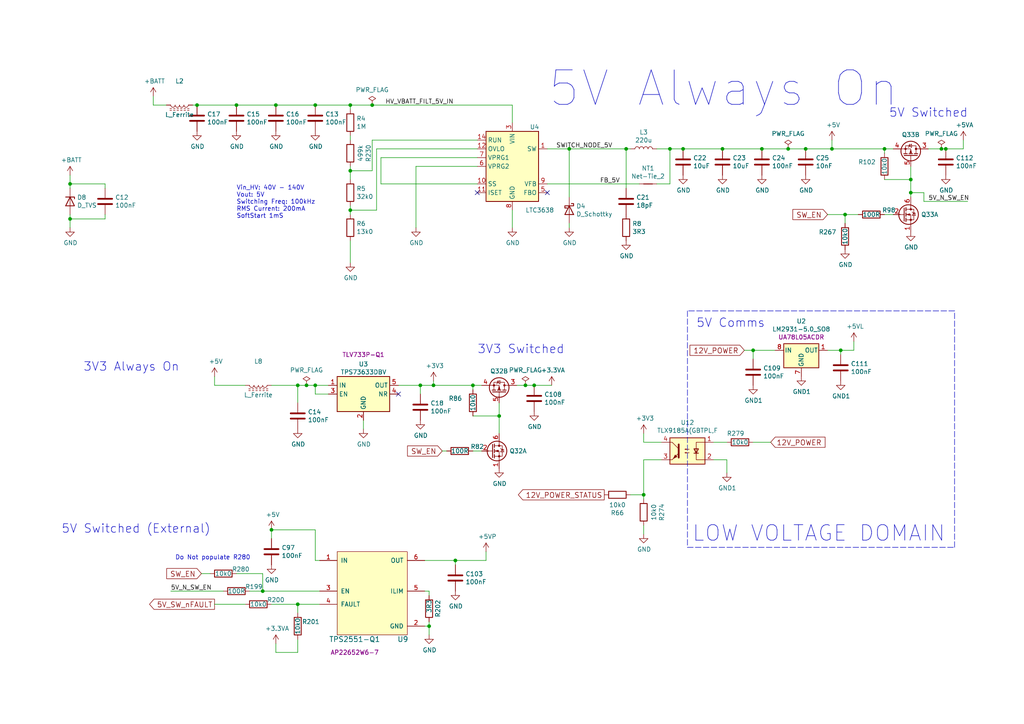
<source format=kicad_sch>
(kicad_sch (version 20211123) (generator eeschema)
  (paper "A4")
  (lib_symbols
    (symbol "Device:C" (pin_numbers hide) (pin_names (offset 0.254))
      (property "Reference" "C" (at 0.635 2.54 0))
      (property "Value" "C" (at 0.635 -2.54 0))
      (symbol "C_1_1"
        (pin passive line (at 0 3.81 270) (length 2.794) (name "~") (number "1"))
        (pin passive line (at 0 -3.81 90) (length 2.794) (name "~") (number "2"))
      )
    )
    (symbol "Device:D_Schottky" (pin_numbers hide) (pin_names (offset 1.016) hide)
      (property "Reference" "D" (at 0 2.54 0))
      (property "Value" "D_Schottky" (at 0 -2.54 0))
      (symbol "D_Schottky_1_1"
        (pin passive line (at -3.81 0 0) (length 2.54) (name "K") (number "1"))
        (pin passive line (at 3.81 0 180) (length 2.54) (name "A") (number "2"))
      )
    )
    (symbol "Device:D_Zener" (pin_numbers hide) (pin_names (offset 1.016) hide)
      (property "Reference" "D" (at 0 2.54 0))
      (property "Value" "D_Zener" (at 0 -2.54 0))
      (symbol "D_Zener_1_1"
        (pin passive line (at -3.81 0 0) (length 2.54) (name "K") (number "1"))
        (pin passive line (at 3.81 0 180) (length 2.54) (name "A") (number "2"))
      )
    )
    (symbol "Device:L" (pin_numbers hide) (pin_names (offset 1.016) hide)
      (property "Reference" "L" (at -1.27 0 90))
      (property "Value" "L" (at 1.905 0 90))
      (symbol "L_1_1"
        (pin passive line (at 0 3.81 270) (length 1.27) (name "1") (number "1"))
        (pin passive line (at 0 -3.81 90) (length 1.27) (name "2") (number "2"))
      )
    )
    (symbol "Device:L_Ferrite" (pin_numbers hide) (pin_names (offset 1.016) hide)
      (property "Reference" "L" (at -1.27 0 90))
      (property "Value" "L_Ferrite" (at 2.794 0 90))
      (symbol "L_Ferrite_1_1"
        (pin passive line (at 0 3.81 270) (length 1.27) (name "1") (number "1"))
        (pin passive line (at 0 -3.81 90) (length 1.27) (name "2") (number "2"))
      )
    )
    (symbol "Device:NetTie_2" (pin_numbers hide) (pin_names (offset 0) hide)
      (property "Reference" "NT" (at 0 1.27 0))
      (property "Value" "NetTie_2" (at 0 -1.27 0))
      (symbol "NetTie_2_1_1"
        (pin passive line (at -2.54 0 0) (length 2.54) (name "1") (number "1"))
        (pin passive line (at 2.54 0 180) (length 2.54) (name "2") (number "2"))
      )
    )
    (symbol "Device:R" (pin_numbers hide) (pin_names (offset 0))
      (property "Reference" "R" (at 2.032 0 90))
      (property "Value" "R" (at 0 0 90))
      (symbol "R_1_1"
        (pin passive line (at 0 3.81 270) (length 1.27) (name "~") (number "1"))
        (pin passive line (at 0 -3.81 90) (length 1.27) (name "~") (number "2"))
      )
    )
    (symbol "HSD:TPS2551-Q1" (pin_names (offset 1.016))
      (property "Reference" "U" (at 0 -16.51 0))
      (property "Value" "TPS2551-Q1" (at 0 13.97 0))
      (symbol "TPS2551-Q1_1_1"
        (pin power_in line (at -15.24 8.89 0) (length 5.08) (name "IN") (number "1"))
        (pin power_in line (at 15.24 -10.16 180) (length 5.08) (name "GND") (number "2"))
        (pin input line (at -15.24 0 0) (length 5.08) (name "EN") (number "3"))
        (pin open_collector line (at -15.24 -3.81 0) (length 5.08) (name "FAULT") (number "4"))
        (pin output line (at 15.24 0 180) (length 5.08) (name "ILIM") (number "5"))
        (pin power_out line (at 15.24 8.89 180) (length 5.08) (name "OUT") (number "6"))
      )
    )
    (symbol "ICs:Q_DUAL_NMOS_PMOS" (pin_names (offset 1.016))
      (property "Reference" "Q" (at 0 0 0))
      (symbol "Q_DUAL_NMOS_PMOS_1_1"
        (pin input line (at 0 -5.08 90) (length 2.2098) (name "~") (number "1"))
        (pin input line (at -5.08 0 0) (length 2.0066) (name "~") (number "2"))
        (pin input line (at 0 5.08 270) (length 2.2098) (name "~") (number "6"))
      )
      (symbol "Q_DUAL_NMOS_PMOS_2_1"
        (pin input line (at 0 -5.08 90) (length 2.2098) (name "~") (number "3"))
        (pin input line (at 0 5.08 270) (length 2.2098) (name "~") (number "4"))
        (pin input line (at -5.08 0 0) (length 2.0066) (name "~") (number "5"))
      )
    )
    (symbol "Isolator:SFH617A-1" (pin_names (offset 1.016))
      (property "Reference" "U" (at -5.08 5.08 0))
      (property "Value" "SFH617A-1" (at 0 5.08 0))
      (symbol "SFH617A-1_1_1"
        (pin passive line (at -7.62 2.54 0) (length 2.54) (name "~") (number "1"))
        (pin passive line (at -7.62 -2.54 0) (length 2.54) (name "~") (number "2"))
        (pin passive line (at 7.62 -2.54 180) (length 2.54) (name "~") (number "3"))
        (pin passive line (at 7.62 2.54 180) (length 2.54) (name "~") (number "4"))
      )
    )
    (symbol "Regulator_Linear:LM2931-5.0_SO8" (pin_names (offset 0.254))
      (property "Reference" "U" (at -3.81 3.175 0))
      (property "Value" "LM2931-5.0_SO8" (at 0 3.175 0))
      (symbol "LM2931-5.0_SO8_1_1"
        (pin power_out line (at 7.62 0 180) (length 2.54) (name "OUT") (number "1"))
        (pin passive line (at 0 -7.62 90) (length 2.54) hide (name "GND") (number "2"))
        (pin passive line (at 0 -7.62 90) (length 2.54) hide (name "GND") (number "3"))
        (pin no_connect line (at -5.08 -2.54 0) (length 2.54) hide (name "NC") (number "4"))
        (pin no_connect line (at 5.08 -2.54 180) (length 2.54) hide (name "NC") (number "5"))
        (pin passive line (at 0 -7.62 90) (length 2.54) hide (name "GND") (number "6"))
        (pin power_in line (at 0 -7.62 90) (length 2.54) (name "GND") (number "7"))
        (pin power_in line (at -7.62 0 0) (length 2.54) (name "IN") (number "8"))
      )
    )
    (symbol "Regulator_Linear:TPS73633DBV"
      (property "Reference" "U" (at -6.35 6.35 0))
      (property "Value" "TPS73633DBV" (at 1.27 6.35 0))
      (symbol "TPS73633DBV_1_1"
        (pin power_in line (at -10.16 2.54 0) (length 2.54) (name "IN") (number "1"))
        (pin power_in line (at 0 -7.62 90) (length 2.54) (name "GND") (number "2"))
        (pin input line (at -10.16 0 0) (length 2.54) (name "EN") (number "3"))
        (pin passive line (at 10.16 0 180) (length 2.54) (name "NR") (number "4"))
        (pin power_out line (at 10.16 2.54 180) (length 2.54) (name "OUT") (number "5"))
      )
    )
    (symbol "Regulator_Switching:LTC3638"
      (property "Reference" "U" (at -7.874 11.43 0))
      (property "Value" "LTC3638" (at 1.016 11.43 0))
      (symbol "LTC3638_1_1"
        (pin passive line (at 10.16 5.08 180) (length 2.54) (name "SW") (number "1"))
        (pin passive line (at -10.16 -5.08 0) (length 2.54) (name "SS") (number "10"))
        (pin passive line (at -10.16 -7.62 0) (length 2.54) (name "ISET") (number "11"))
        (pin input line (at -10.16 5.08 0) (length 2.54) (name "OVLO") (number "12"))
        (pin input line (at -10.16 7.62 0) (length 2.54) (name "RUN") (number "14"))
        (pin passive line (at 0 -12.7 90) (length 2.54) hide (name "GND") (number "16"))
        (pin passive line (at 0 -12.7 90) (length 2.54) hide (name "GND") (number "17"))
        (pin power_in line (at 0 12.7 270) (length 2.54) (name "VIN") (number "3"))
        (pin output line (at 10.16 -7.62 180) (length 2.54) (name "FBO") (number "5"))
        (pin input line (at -10.16 0 0) (length 2.54) (name "VPRG2") (number "6"))
        (pin input line (at -10.16 2.54 0) (length 2.54) (name "VPRG1") (number "7"))
        (pin power_in line (at 0 -12.7 90) (length 2.54) (name "GND") (number "8"))
        (pin input line (at 10.16 -5.08 180) (length 2.54) (name "VFB") (number "9"))
      )
    )
    (symbol "power:+3.3V" (power) (pin_names (offset 0))
      (property "Value" "+3.3V" (at 0 3.556 0))
      (symbol "+3.3V_1_1"
        (pin power_in line (at 0 0 90) (length 0) hide (name "+3V3") (number "1"))
      )
    )
    (symbol "power:+3.3VA" (power) (pin_names (offset 0))
      (property "Value" "+3.3VA" (at 0 3.556 0))
      (symbol "+3.3VA_1_1"
        (pin power_in line (at 0 0 90) (length 0) hide (name "+3.3VA") (number "1"))
      )
    )
    (symbol "power:+5V" (power) (pin_names (offset 0))
      (property "Value" "+5V" (at 0 3.556 0))
      (symbol "+5V_1_1"
        (pin power_in line (at 0 0 90) (length 0) hide (name "+5V") (number "1"))
      )
    )
    (symbol "power:+5VA" (power) (pin_names (offset 0))
      (property "Value" "+5VA" (at 0 3.556 0))
      (symbol "+5VA_1_1"
        (pin power_in line (at 0 0 90) (length 0) hide (name "+5VA") (number "1"))
      )
    )
    (symbol "power:+5VL" (power) (pin_names (offset 0))
      (property "Value" "+5VL" (at 0 3.556 0))
      (symbol "+5VL_1_1"
        (pin power_in line (at 0 0 90) (length 0) hide (name "+5VL") (number "1"))
      )
    )
    (symbol "power:+5VP" (power) (pin_names (offset 0))
      (property "Value" "+5VP" (at 0 3.556 0))
      (symbol "+5VP_1_1"
        (pin power_in line (at 0 0 90) (length 0) hide (name "+5VP") (number "1"))
      )
    )
    (symbol "power:+BATT" (power) (pin_names (offset 0))
      (property "Value" "+BATT" (at 0 3.556 0))
      (symbol "+BATT_1_1"
        (pin power_in line (at 0 0 90) (length 0) hide (name "+BATT") (number "1"))
      )
    )
    (symbol "power:GND" (power) (pin_names (offset 0))
      (property "Value" "GND" (at 0 -3.81 0))
      (symbol "GND_1_1"
        (pin power_in line (at 0 0 270) (length 0) hide (name "GND") (number "1"))
      )
    )
    (symbol "power:GND1" (power) (pin_names (offset 0))
      (property "Value" "GND1" (at 0 -3.81 0))
      (symbol "GND1_1_1"
        (pin power_in line (at 0 0 270) (length 0) hide (name "GND1") (number "1"))
      )
    )
    (symbol "power:PWR_FLAG" (power) (pin_numbers hide) (pin_names (offset 0) hide)
      (property "Value" "PWR_FLAG" (at 0 3.81 0))
      (symbol "PWR_FLAG_0_0"
        (pin power_out line (at 0 0 90) (length 0) (name "pwr") (number "1"))
      )
    )
  )
  (junction (at 194.31 43.18))
  (junction (at 86.36 175.26))
  (junction (at 91.44 111.76))
  (junction (at 137.16 111.76))
  (junction (at 132.08 162.56))
  (junction (at 209.55 43.18))
  (junction (at 218.44 101.6))
  (junction (at 76.2 171.45))
  (junction (at 241.3 43.18))
  (junction (at 233.68 43.18))
  (junction (at 144.78 120.65))
  (junction (at 228.6 43.18))
  (junction (at 198.12 43.18))
  (junction (at 125.73 111.76))
  (junction (at 264.16 55.88))
  (junction (at 274.32 43.18))
  (junction (at 273.05 43.18))
  (junction (at 80.01 30.48))
  (junction (at 124.46 181.61))
  (junction (at 264.16 52.07))
  (junction (at 101.6 49.53))
  (junction (at 68.58 30.48))
  (junction (at 152.4 111.76))
  (junction (at 91.44 30.48))
  (junction (at 181.61 43.18))
  (junction (at 245.11 62.23))
  (junction (at 57.15 30.48))
  (junction (at 154.94 111.76))
  (junction (at 86.36 111.76))
  (junction (at 256.54 43.18))
  (junction (at 243.84 101.6))
  (junction (at 107.95 30.48))
  (junction (at 186.69 143.51))
  (junction (at 20.32 53.34))
  (junction (at 220.98 43.18))
  (junction (at 88.9 111.76))
  (junction (at 20.32 63.5))
  (junction (at 165.1 43.18))
  (junction (at 121.92 111.76))
  (junction (at 101.6 60.96))
  (junction (at 78.74 153.67))
  (junction (at 101.6 30.48))
  (no_connect (at 158.75 55.88))
  (no_connect (at 138.43 55.88))
  (no_connect (at 115.57 114.3))
  (wire (pts (xy 165.1 57.15) (xy 165.1 43.18)))
  (wire (pts (xy 91.44 153.67) (xy 78.74 153.67)))
  (wire (pts (xy 86.36 189.23) (xy 80.01 189.23)))
  (wire (pts (xy 49.53 171.45) (xy 64.77 171.45)))
  (wire (pts (xy 20.32 63.5) (xy 20.32 62.23)))
  (wire (pts (xy 191.77 128.27) (xy 186.69 128.27)))
  (wire (pts (xy 86.36 175.26) (xy 92.71 175.26)))
  (wire (pts (xy 101.6 49.53) (xy 107.95 49.53)))
  (wire (pts (xy 186.69 143.51) (xy 186.69 144.78)))
  (wire (pts (xy 80.01 186.69) (xy 80.01 189.23)))
  (polyline (pts (xy 199.39 90.17) (xy 199.39 158.75)))
  (wire (pts (xy 91.44 162.56) (xy 92.71 162.56)))
  (wire (pts (xy 144.78 116.84) (xy 144.78 120.65)))
  (wire (pts (xy 101.6 39.37) (xy 101.6 40.64)))
  (wire (pts (xy 68.58 30.48) (xy 80.01 30.48)))
  (wire (pts (xy 264.16 55.88) (xy 264.16 57.15)))
  (wire (pts (xy 123.19 162.56) (xy 132.08 162.56)))
  (wire (pts (xy 30.48 63.5) (xy 20.32 63.5)))
  (wire (pts (xy 124.46 184.15) (xy 124.46 181.61)))
  (wire (pts (xy 91.44 114.3) (xy 91.44 111.76)))
  (wire (pts (xy 248.92 62.23) (xy 245.11 62.23)))
  (wire (pts (xy 68.58 166.37) (xy 76.2 166.37)))
  (wire (pts (xy 165.1 66.04) (xy 165.1 64.77)))
  (wire (pts (xy 139.7 130.81) (xy 137.16 130.81)))
  (wire (pts (xy 194.31 43.18) (xy 194.31 53.34)))
  (wire (pts (xy 245.11 64.77) (xy 245.11 62.23)))
  (wire (pts (xy 224.79 101.6) (xy 218.44 101.6)))
  (wire (pts (xy 186.69 133.35) (xy 191.77 133.35)))
  (wire (pts (xy 101.6 31.75) (xy 101.6 30.48)))
  (wire (pts (xy 30.48 62.23) (xy 30.48 63.5)))
  (wire (pts (xy 20.32 53.34) (xy 20.32 50.8)))
  (wire (pts (xy 91.44 111.76) (xy 88.9 111.76)))
  (wire (pts (xy 86.36 111.76) (xy 78.74 111.76)))
  (wire (pts (xy 149.86 111.76) (xy 152.4 111.76)))
  (wire (pts (xy 269.24 43.18) (xy 273.05 43.18)))
  (wire (pts (xy 124.46 171.45) (xy 123.19 171.45)))
  (polyline (pts (xy 276.86 158.75) (xy 276.86 90.17)))
  (wire (pts (xy 129.54 130.81) (xy 128.27 130.81)))
  (wire (pts (xy 91.44 30.48) (xy 101.6 30.48)))
  (wire (pts (xy 148.59 35.56) (xy 148.59 30.48)))
  (wire (pts (xy 194.31 43.18) (xy 190.5 43.18)))
  (wire (pts (xy 101.6 76.2) (xy 101.6 69.85)))
  (wire (pts (xy 264.16 52.07) (xy 256.54 52.07)))
  (wire (pts (xy 86.36 185.42) (xy 86.36 189.23)))
  (wire (pts (xy 158.75 43.18) (xy 165.1 43.18)))
  (wire (pts (xy 76.2 166.37) (xy 76.2 171.45)))
  (wire (pts (xy 124.46 180.34) (xy 124.46 181.61)))
  (wire (pts (xy 120.65 48.26) (xy 138.43 48.26)))
  (wire (pts (xy 240.03 101.6) (xy 243.84 101.6)))
  (wire (pts (xy 57.15 30.48) (xy 68.58 30.48)))
  (wire (pts (xy 264.16 52.07) (xy 264.16 55.88)))
  (wire (pts (xy 181.61 54.61) (xy 181.61 43.18)))
  (wire (pts (xy 101.6 30.48) (xy 107.95 30.48)))
  (wire (pts (xy 132.08 162.56) (xy 140.97 162.56)))
  (wire (pts (xy 121.92 114.3) (xy 121.92 111.76)))
  (wire (pts (xy 165.1 43.18) (xy 181.61 43.18)))
  (wire (pts (xy 101.6 49.53) (xy 101.6 52.07)))
  (wire (pts (xy 124.46 172.72) (xy 124.46 171.45)))
  (wire (pts (xy 71.12 175.26) (xy 62.23 175.26)))
  (wire (pts (xy 247.65 99.06) (xy 247.65 101.6)))
  (wire (pts (xy 20.32 66.04) (xy 20.32 63.5)))
  (wire (pts (xy 101.6 62.23) (xy 101.6 60.96)))
  (wire (pts (xy 107.95 40.64) (xy 138.43 40.64)))
  (wire (pts (xy 109.22 43.18) (xy 109.22 60.96)))
  (wire (pts (xy 124.46 181.61) (xy 123.19 181.61)))
  (polyline (pts (xy 276.86 90.17) (xy 199.39 90.17)))
  (wire (pts (xy 44.45 27.94) (xy 44.45 30.48)))
  (wire (pts (xy 194.31 43.18) (xy 198.12 43.18)))
  (wire (pts (xy 274.32 43.18) (xy 279.4 43.18)))
  (wire (pts (xy 259.08 62.23) (xy 256.54 62.23)))
  (wire (pts (xy 223.52 128.27) (xy 218.44 128.27)))
  (wire (pts (xy 71.12 111.76) (xy 62.23 111.76)))
  (wire (pts (xy 30.48 53.34) (xy 30.48 54.61)))
  (wire (pts (xy 154.94 111.76) (xy 160.02 111.76)))
  (wire (pts (xy 190.5 53.34) (xy 194.31 53.34)))
  (wire (pts (xy 62.23 111.76) (xy 62.23 109.22)))
  (wire (pts (xy 72.39 171.45) (xy 76.2 171.45)))
  (wire (pts (xy 44.45 30.48) (xy 48.26 30.48)))
  (wire (pts (xy 86.36 175.26) (xy 86.36 177.8)))
  (wire (pts (xy 256.54 43.18) (xy 259.08 43.18)))
  (wire (pts (xy 144.78 120.65) (xy 144.78 125.73)))
  (polyline (pts (xy 199.39 158.75) (xy 276.86 158.75)))
  (wire (pts (xy 101.6 48.26) (xy 101.6 49.53)))
  (wire (pts (xy 110.49 53.34) (xy 110.49 45.72)))
  (wire (pts (xy 109.22 60.96) (xy 101.6 60.96)))
  (wire (pts (xy 88.9 111.76) (xy 86.36 111.76)))
  (wire (pts (xy 210.82 133.35) (xy 207.01 133.35)))
  (wire (pts (xy 101.6 60.96) (xy 101.6 59.69)))
  (wire (pts (xy 78.74 175.26) (xy 86.36 175.26)))
  (wire (pts (xy 267.97 55.88) (xy 264.16 55.88)))
  (wire (pts (xy 86.36 111.76) (xy 86.36 116.84)))
  (wire (pts (xy 209.55 43.18) (xy 220.98 43.18)))
  (wire (pts (xy 120.65 66.04) (xy 120.65 48.26)))
  (wire (pts (xy 264.16 48.26) (xy 264.16 52.07)))
  (wire (pts (xy 125.73 111.76) (xy 137.16 111.76)))
  (wire (pts (xy 105.41 124.46) (xy 105.41 121.92)))
  (wire (pts (xy 138.43 53.34) (xy 110.49 53.34)))
  (wire (pts (xy 60.96 166.37) (xy 58.42 166.37)))
  (wire (pts (xy 20.32 53.34) (xy 30.48 53.34)))
  (wire (pts (xy 107.95 30.48) (xy 148.59 30.48)))
  (wire (pts (xy 137.16 113.03) (xy 137.16 111.76)))
  (wire (pts (xy 20.32 54.61) (xy 20.32 53.34)))
  (wire (pts (xy 125.73 110.49) (xy 125.73 111.76)))
  (wire (pts (xy 109.22 43.18) (xy 138.43 43.18)))
  (wire (pts (xy 256.54 44.45) (xy 256.54 43.18)))
  (wire (pts (xy 198.12 43.18) (xy 209.55 43.18)))
  (wire (pts (xy 137.16 111.76) (xy 139.7 111.76)))
  (wire (pts (xy 220.98 43.18) (xy 228.6 43.18)))
  (wire (pts (xy 80.01 30.48) (xy 91.44 30.48)))
  (wire (pts (xy 148.59 66.04) (xy 148.59 60.96)))
  (wire (pts (xy 210.82 128.27) (xy 207.01 128.27)))
  (wire (pts (xy 186.69 152.4) (xy 186.69 154.94)))
  (wire (pts (xy 110.49 45.72) (xy 138.43 45.72)))
  (wire (pts (xy 218.44 101.6) (xy 218.44 104.14)))
  (wire (pts (xy 245.11 62.23) (xy 240.03 62.23)))
  (wire (pts (xy 158.75 53.34) (xy 185.42 53.34)))
  (wire (pts (xy 55.88 30.48) (xy 57.15 30.48)))
  (wire (pts (xy 95.25 111.76) (xy 91.44 111.76)))
  (wire (pts (xy 215.9 101.6) (xy 218.44 101.6)))
  (wire (pts (xy 228.6 43.18) (xy 233.68 43.18)))
  (wire (pts (xy 210.82 137.16) (xy 210.82 133.35)))
  (wire (pts (xy 78.74 153.67) (xy 78.74 156.21)))
  (wire (pts (xy 243.84 102.87) (xy 243.84 101.6)))
  (wire (pts (xy 144.78 120.65) (xy 137.16 120.65)))
  (wire (pts (xy 280.67 58.42) (xy 267.97 58.42)))
  (wire (pts (xy 186.69 143.51) (xy 186.69 133.35)))
  (wire (pts (xy 273.05 43.18) (xy 274.32 43.18)))
  (wire (pts (xy 279.4 40.64) (xy 279.4 43.18)))
  (wire (pts (xy 267.97 58.42) (xy 267.97 55.88)))
  (wire (pts (xy 107.95 49.53) (xy 107.95 40.64)))
  (wire (pts (xy 186.69 128.27) (xy 186.69 125.73)))
  (wire (pts (xy 233.68 43.18) (xy 241.3 43.18)))
  (wire (pts (xy 152.4 111.76) (xy 154.94 111.76)))
  (wire (pts (xy 125.73 111.76) (xy 121.92 111.76)))
  (wire (pts (xy 241.3 43.18) (xy 256.54 43.18)))
  (wire (pts (xy 140.97 160.02) (xy 140.97 162.56)))
  (wire (pts (xy 76.2 171.45) (xy 92.71 171.45)))
  (wire (pts (xy 132.08 163.83) (xy 132.08 162.56)))
  (wire (pts (xy 181.61 43.18) (xy 182.88 43.18)))
  (wire (pts (xy 186.69 143.51) (xy 182.88 143.51)))
  (wire (pts (xy 241.3 40.64) (xy 241.3 43.18)))
  (wire (pts (xy 91.44 153.67) (xy 91.44 162.56)))
  (wire (pts (xy 243.84 101.6) (xy 247.65 101.6)))
  (wire (pts (xy 95.25 114.3) (xy 91.44 114.3)))
  (wire (pts (xy 121.92 111.76) (xy 115.57 111.76)))
  (text "3V3 Switched" (at 138.43 102.87 0) (effects (font (size 2.4892 2.4892)) (justify left bottom)))
  (text "LOW VOLTAGE DOMAIN" (at 200.66 157.48 0) (effects (font (size 4.4958 4.4958)) (justify left bottom)))
  (text "Vin_HV: 40V - 140V\nVout: 5V\nSwitching Freq: 100kHz\nRMS Current: 200mA\nSoftStart 1mS" (at 68.58 63.5 0) (effects (font (size 1.27 1.27)) (justify left bottom)))
  (text "5V Switched" (at 257.81 34.29 0) (effects (font (size 2.4892 2.4892)) (justify left bottom)))
  (text "Do Not populate R280" (at 50.8 162.56 0) (effects (font (size 1.27 1.27)) (justify left bottom)))
  (text "5V Always On" (at 158.75 31.75 0) (effects (font (size 10.0076 10.0076)) (justify left bottom)))
  (text "5V Switched (External)" (at 17.78 154.94 0) (effects (font (size 2.4892 2.4892)) (justify left bottom)))
  (text "5V Comms" (at 201.93 95.25 0) (effects (font (size 2.4892 2.4892)) (justify left bottom)))
  (text "3V3 Always On" (at 24.13 107.95 0) (effects (font (size 2.4892 2.4892)) (justify left bottom)))
  (label "HV_VBATT_FILT_5V_IN" (at 111.76 30.48 0))
  (label "SWITCH_NODE_5V" (at 161.29 43.18 0))
  (label "5V_N_SW_EN" (at 269.24 58.42 0))
  (label "5V_N_SW_EN" (at 49.53 171.45 0))
  (label "FB_5V" (at 173.99 53.34 0))
  (global_label "12V_POWER" (shape input) (at 215.9 101.6 180) (effects (font (size 1.4986 1.4986))) (property "Intersheet References" "${INTERSHEET_REFS}" (effects hide)))
  (global_label "SW_EN" (shape input) (at 240.03 62.23 180) (effects (font (size 1.4986 1.4986))) (property "Intersheet References" "${INTERSHEET_REFS}" (effects hide)))
  (global_label "12V_POWER" (shape input) (at 223.52 128.27 0) (effects (font (size 1.4986 1.4986))) (property "Intersheet References" "${INTERSHEET_REFS}" (effects hide)))
  (global_label "SW_EN" (shape input) (at 58.42 166.37 180) (effects (font (size 1.4986 1.4986))) (property "Intersheet References" "${INTERSHEET_REFS}" (effects hide)))
  (global_label "5V_SW_nFAULT" (shape output) (at 62.23 175.26 180) (effects (font (size 1.4986 1.4986))) (property "Intersheet References" "${INTERSHEET_REFS}" (effects hide)))
  (global_label "12V_POWER_STATUS" (shape output) (at 175.26 143.51 180) (effects (font (size 1.4986 1.4986))) (property "Intersheet References" "${INTERSHEET_REFS}" (effects hide)))
  (global_label "SW_EN" (shape input) (at 128.27 130.81 180) (effects (font (size 1.4986 1.4986))) (property "Intersheet References" "${INTERSHEET_REFS}" (effects hide)))
  (symbol (lib_id "Device:L") (at 186.69 43.18 90) (unit 1)
    (property "Reference" "L3" (at 186.69 38.354 90))
    (property "Value" "220u" (at 186.69 40.6654 90))
    (property "Footprint" "Inductors:Inductor_Taiyo-Yuden_NR-60xx" (effects hide))
    (property "Datasheet" "http://assets.lairdtech.com/home/brandworld/files/TYS6045221M-10.pdf" (effects hide))
    (property "MPN" "TYS6045221M-10" (effects hide))
    (property "Part Number" "TYS6045221M-10" (effects hide))
    (property "Digikey_PN" "240-2742-1-ND" (effects hide))
  )
  (symbol (lib_id "Device:C") (at 198.12 46.99 0) (unit 1)
    (property "Reference" "C22" (at 201.041 45.8216 0) (effects (justify left)))
    (property "Value" "10uF" (at 201.041 48.133 0) (effects (justify left)))
    (property "Footprint" "Capacitor_SMD:C_1206_3216Metric" (effects hide))
    (property "MPN" "CL31B106KOHVPNE" (effects hide))
    (property "Part Number" "CL31B106KOHVPNE" (effects hide))
    (property "Digikey_PN" "1276-6797-1-ND" (effects hide))
  )
  (symbol (lib_id "Device:C") (at 209.55 46.99 0) (unit 1)
    (property "Reference" "C23" (at 212.471 45.8216 0) (effects (justify left)))
    (property "Value" "10uF" (at 212.471 48.133 0) (effects (justify left)))
    (property "Footprint" "Capacitor_SMD:C_1206_3216Metric" (effects hide))
    (property "MPN" "CL31B106KOHVPNE" (effects hide))
    (property "Part Number" "CL31B106KOHVPNE" (effects hide))
    (property "Digikey_PN" "1276-6797-1-ND" (effects hide))
  )
  (symbol (lib_id "Device:C") (at 220.98 46.99 0) (unit 1)
    (property "Reference" "C24" (at 223.901 45.8216 0) (effects (justify left)))
    (property "Value" "100nF" (at 223.901 48.133 0) (effects (justify left)))
    (property "Footprint" "Capacitor_SMD:C_0603_1608Metric" (effects hide))
    (property "Datasheet" "http://psearch.en.murata.com/capacitor/product/GCM188R71H104KA57%23.pdf" (effects hide))
    (property "MPN" "GCM188R71H104KA57D" (effects hide))
    (property "Part Number" "GCM188R71H104KA57D" (effects hide))
    (property "Digikey_PN" "490-4779-1-ND" (effects hide))
  )
  (symbol (lib_id "Device:L_Ferrite") (at 52.07 30.48 270) (unit 1)
    (property "Reference" "L2" (at 52.07 23.5204 90))
    (property "Value" "L_Ferrite" (at 52.07 33.274 90))
    (property "Footprint" "Inductor_SMD:L_0603_1608Metric" (effects hide))
    (property "Datasheet" "https://www.we-online.com/katalog/datasheet/742792609.pdf" (effects hide))
    (property "MPN" "742792609" (effects hide))
    (property "Part Number" "742792609" (effects hide))
    (property "Digikey_PN" "732-1591-1-ND" (effects hide))
  )
  (symbol (lib_id "power:GND") (at 198.12 50.8 0) (unit 1)
    (property "Reference" "#PWR037" (effects hide))
    (property "Value" "GND" (at 198.247 55.1942 0))
  )
  (symbol (lib_id "power:GND") (at 209.55 50.8 0) (unit 1)
    (property "Reference" "#PWR038" (effects hide))
    (property "Value" "GND" (at 209.677 55.1942 0))
  )
  (symbol (lib_id "power:GND") (at 220.98 50.8 0) (unit 1)
    (property "Reference" "#PWR039" (effects hide))
    (property "Value" "GND" (at 221.107 55.1942 0))
  )
  (symbol (lib_id "power:GND") (at 57.15 38.1 0) (unit 1)
    (property "Reference" "#PWR021" (effects hide))
    (property "Value" "GND" (at 57.277 42.4942 0))
  )
  (symbol (lib_id "Device:C") (at 91.44 34.29 0) (unit 1)
    (property "Reference" "C13" (at 94.361 33.1216 0) (effects (justify left)))
    (property "Value" "100nF" (at 94.361 35.433 0) (effects (justify left)))
    (property "Footprint" "Capacitor_SMD:C_1206_3216Metric" (effects hide))
    (property "Datasheet" "https://product.tdk.com/info/en/documents/chara_sheet/CGA5L3X7R2E104K160AA.pdf" (effects hide))
    (property "Part Number" "CGA5L3X7R2E104K160AA" (effects hide))
    (property "MPN" "CGA5L3X7R2E104K160AA" (effects hide))
    (property "Digikey_PN" "445-5851-1-ND" (effects hide))
  )
  (symbol (lib_id "power:GND") (at 91.44 38.1 0) (unit 1)
    (property "Reference" "#PWR018" (effects hide))
    (property "Value" "GND" (at 91.567 42.4942 0))
  )
  (symbol (lib_id "Device:R") (at 101.6 35.56 0) (unit 1)
    (property "Reference" "R4" (at 103.378 34.3916 0) (effects (justify left)))
    (property "Value" "1M" (at 103.378 36.703 0) (effects (justify left)))
    (property "Footprint" "Resistor_SMD:R_0603_1608Metric" (effects hide))
    (property "Datasheet" "http://www.yageo.com/NewPortal/yageodocoutput?fileName=/pdf/R-Chip/PYu-AC_51_RoHS_L_6.pdf" (effects hide))
    (property "DNP" "< ... >" (effects hide))
    (property "MPN" "AC0603FR-071ML" (effects hide))
    (property "Part Number" "AC0603FR-071ML" (effects hide))
    (property "Digikey_PN" "311-1MLDCT-ND" (effects hide))
  )
  (symbol (lib_id "Device:R") (at 101.6 55.88 0) (unit 1)
    (property "Reference" "R5" (at 103.378 54.7116 0) (effects (justify left)))
    (property "Value" "32k0" (at 103.378 57.023 0) (effects (justify left)))
    (property "Footprint" "Resistor_SMD:R_0603_1608Metric" (effects hide))
    (property "Datasheet" "https://media.digikey.com/pdf/Data%20Sheets/KOA%20Speer/RN73R_Type_DS.pdf" (effects hide))
    (property "MPN" "RN73R1JTTD3202B25" (effects hide))
    (property "Part Number" "RN73R1JTTD3202B25" (effects hide))
    (property "Digikey_PN" "2019-RN73R1JTTD3202B25CT-ND" (effects hide))
  )
  (symbol (lib_id "Device:R") (at 101.6 66.04 0) (unit 1)
    (property "Reference" "R6" (at 103.378 64.8716 0) (effects (justify left)))
    (property "Value" "13k0" (at 103.378 67.183 0) (effects (justify left)))
    (property "Footprint" "Resistor_SMD:R_0603_1608Metric" (effects hide))
    (property "Datasheet" "https://www.seielect.com/catalog/sei-rmcf_rmcp.pdf" (effects hide))
    (property "MPN" "RMCF0603FT13K0" (effects hide))
    (property "Part Number" "RMCF0603FT13K0" (effects hide))
    (property "Digikey_PN" "RMCF0603FT13K0CT-ND" (effects hide))
  )
  (symbol (lib_id "power:GND") (at 101.6 76.2 0) (unit 1)
    (property "Reference" "#PWR026" (effects hide))
    (property "Value" "GND" (at 101.727 80.5942 0))
  )
  (symbol (lib_id "power:+5V") (at 241.3 40.64 0) (unit 1)
    (property "Reference" "#PWR041" (effects hide))
    (property "Value" "+5V" (at 241.681 36.2458 0))
  )
  (symbol (lib_id "Device:NetTie_2") (at 187.96 53.34 0) (unit 1)
    (property "Reference" "NT1" (at 187.96 48.8188 0))
    (property "Value" "Net-Tie_2" (at 187.96 51.1302 0))
    (property "Footprint" "Footprints:Net_Tie-0.5mm" (effects hide))
  )
  (symbol (lib_id "power:+BATT") (at 44.45 27.94 0) (unit 1)
    (property "Reference" "#PWR015" (effects hide))
    (property "Value" "+BATT" (at 44.831 23.5458 0))
  )
  (symbol (lib_id "Device:L_Ferrite") (at 74.93 111.76 270) (unit 1)
    (property "Reference" "L8" (at 74.93 104.8004 90))
    (property "Value" "L_Ferrite" (at 74.93 114.554 90))
    (property "Footprint" "Inductor_SMD:L_0603_1608Metric" (effects hide))
    (property "Datasheet" "https://www.we-online.com/katalog/datasheet/742792609.pdf" (effects hide))
    (property "MPN" "742792609" (effects hide))
    (property "Part Number" "742792609" (effects hide))
    (property "Digikey_PN" "732-1591-1-ND" (effects hide))
  )
  (symbol (lib_id "power:PWR_FLAG") (at 107.95 30.48 0) (unit 1)
    (property "Reference" "#FLG0101" (effects hide))
    (property "Value" "PWR_FLAG" (at 107.95 26.0604 0))
  )
  (symbol (lib_id "power:PWR_FLAG") (at 88.9 111.76 0) (unit 1)
    (property "Reference" "#FLG0102" (effects hide))
    (property "Value" "PWR_FLAG" (at 88.9 107.3404 0))
  )
  (symbol (lib_id "power:PWR_FLAG") (at 228.6 43.18 0) (unit 1)
    (property "Reference" "#FLG0104" (effects hide))
    (property "Value" "PWR_FLAG" (at 228.6 38.7604 0))
  )
  (symbol (lib_id "HSD:TPS2551-Q1") (at 107.95 171.45 0) (unit 1)
    (property "Reference" "U9" (at 116.84 185.42 0) (effects (font (size 1.4986 1.4986))))
    (property "Value" "TPS2551-Q1" (at 102.87 185.42 0) (effects (font (size 1.4986 1.4986))))
    (property "Footprint" "Package_TO_SOT_SMD:SOT-23-6" (effects hide))
    (property "Datasheet" "https://fscdn.rohm.com/en/products/databook/datasheet/ic/power/power_switch/bd2242g-e.pdf" (effects hide))
    (property "Alternate" "AP22652W6-7" (at 102.87 189.23 0))
    (property "Part Number" "AP22652W6-7" (effects hide))
    (property "Digikey_PN" "31-AP22652AW6-7CT-ND" (effects hide))
  )
  (symbol (lib_id "Device:C") (at 78.74 160.02 0) (unit 1)
    (property "Reference" "C97" (at 81.661 158.8516 0) (effects (justify left)))
    (property "Value" "100nF" (at 81.661 161.163 0) (effects (justify left)))
    (property "Footprint" "Capacitor_SMD:C_0603_1608Metric" (effects hide))
    (property "Datasheet" "http://psearch.en.murata.com/capacitor/product/GCM188R71H104KA57%23.pdf" (effects hide))
    (property "MPN" "GCM188R71H104KA57D" (effects hide))
    (property "Part Number" "GCM188R71H104KA57D" (effects hide))
    (property "Digikey_PN" "490-4779-1-ND" (effects hide))
  )
  (symbol (lib_id "power:GND") (at 78.74 163.83 0) (unit 1)
    (property "Reference" "#PWR0142" (effects hide))
    (property "Value" "GND" (at 78.867 168.2242 0))
  )
  (symbol (lib_id "power:+5V") (at 78.74 153.67 0) (unit 1)
    (property "Reference" "#PWR0143" (effects hide))
    (property "Value" "+5V" (at 79.121 149.2758 0))
  )
  (symbol (lib_id "power:GND") (at 124.46 184.15 0) (unit 1)
    (property "Reference" "#PWR0144" (effects hide))
    (property "Value" "GND" (at 124.587 188.5442 0))
  )
  (symbol (lib_id "Device:R") (at 124.46 176.53 0) (unit 1)
    (property "Reference" "R202" (at 127 179.07 90) (effects (justify left)))
    (property "Value" "3R3" (at 124.46 177.8 90) (effects (justify left)))
    (property "Footprint" "Resistor_SMD:R_0603_1608Metric" (effects hide))
    (property "Datasheet" "https://fscdn.rohm.com/en/products/databook/datasheet/passive/resistor/chip_resistor/esr-e.pdf" (effects hide))
    (property "Digikey_PN" "RHM303DCT-ND" (effects hide))
    (property "MPN" "ESR03EZPJ3R3" (effects hide))
    (property "Part Number" "ESR03EZPJ3R3" (effects hide))
  )
  (symbol (lib_id "power:+5VP") (at 140.97 160.02 0) (unit 1)
    (property "Reference" "#PWR0145" (effects hide))
    (property "Value" "+5VP" (at 141.351 155.6258 0))
  )
  (symbol (lib_id "Device:R") (at 68.58 171.45 270) (unit 1)
    (property "Reference" "R199" (at 73.66 170.18 90))
    (property "Value" "100R" (at 68.58 171.45 90))
    (property "Footprint" "Resistor_SMD:R_0603_1608Metric" (effects hide))
    (property "MPN" "AC0603FR-07100RL" (effects hide))
    (property "Part Number" "AC0603FR-07100RL" (effects hide))
    (property "Digikey_PN" "YAG3561CT-ND" (effects hide))
  )
  (symbol (lib_id "Device:R") (at 74.93 175.26 270) (unit 1)
    (property "Reference" "R200" (at 80.01 173.99 90))
    (property "Value" "10k0" (at 74.93 175.26 90))
    (property "Footprint" "Resistor_SMD:R_0603_1608Metric" (effects hide))
    (property "Datasheet" "http://www.yageo.com/NewPortal/yageodocoutput?fileName=/pdf/R-Chip/PYu-AC_51_RoHS_L_6.pdf" (effects hide))
    (property "DNP" "< ... >" (effects hide))
    (property "MPN" "AC0603FR-0710KL" (effects hide))
    (property "Part Number" "AC0603FR-0710KL" (effects hide))
    (property "Digikey_PN" "311-10KLDCT-ND" (effects hide))
  )
  (symbol (lib_id "Device:R") (at 86.36 181.61 180) (unit 1)
    (property "Reference" "R201" (at 90.17 180.34 0))
    (property "Value" "10k0" (at 86.36 181.61 90))
    (property "Footprint" "Resistor_SMD:R_0603_1608Metric" (effects hide))
    (property "Datasheet" "http://www.yageo.com/NewPortal/yageodocoutput?fileName=/pdf/R-Chip/PYu-AC_51_RoHS_L_6.pdf" (effects hide))
    (property "DNP" "< ... >" (effects hide))
    (property "MPN" "AC0603FR-0710KL" (effects hide))
    (property "Part Number" "AC0603FR-0710KL" (effects hide))
    (property "Digikey_PN" "311-10KLDCT-ND" (effects hide))
  )
  (symbol (lib_id "Device:C") (at 132.08 167.64 0) (unit 1)
    (property "Reference" "C103" (at 135.001 166.4716 0) (effects (justify left)))
    (property "Value" "100nF" (at 135.001 168.783 0) (effects (justify left)))
    (property "Footprint" "Capacitor_SMD:C_0603_1608Metric" (effects hide))
    (property "Datasheet" "http://psearch.en.murata.com/capacitor/product/GCM188R71H104KA57%23.pdf" (effects hide))
    (property "MPN" "GCM188R71H104KA57D" (effects hide))
    (property "Part Number" "GCM188R71H104KA57D" (effects hide))
    (property "Digikey_PN" "490-4779-1-ND" (effects hide))
  )
  (symbol (lib_id "power:GND") (at 132.08 171.45 0) (unit 1)
    (property "Reference" "#PWR0154" (effects hide))
    (property "Value" "GND" (at 132.207 175.8442 0))
  )
  (symbol (lib_id "Regulator_Switching:LTC3638") (at 148.59 48.26 0) (unit 1)
    (property "Reference" "U4" (at 153.67 36.83 0) (effects (justify left)))
    (property "Value" "LTC3638" (at 152.4 60.96 0) (effects (justify left)))
    (property "Footprint" "Package_SO:Linear_MSOP-12-16-1EP_3x4mm_P0.5mm" (effects hide))
    (property "Datasheet" "http://www.analog.com/media/en/technical-documentation/data-sheets/3638fa.pdf" (effects hide))
    (property "Part Number" "LTC3638" (effects hide))
  )
  (symbol (lib_id "power:GND") (at 120.65 66.04 0) (unit 1)
    (property "Reference" "#PWR031" (effects hide))
    (property "Value" "GND" (at 120.777 70.4342 0))
  )
  (symbol (lib_id "power:GND") (at 148.59 66.04 0) (unit 1)
    (property "Reference" "#PWR034" (effects hide))
    (property "Value" "GND" (at 148.717 70.4342 0))
  )
  (symbol (lib_id "power:GND") (at 165.1 66.04 0) (unit 1)
    (property "Reference" "#PWR035" (effects hide))
    (property "Value" "GND" (at 165.227 70.4342 0))
  )
  (symbol (lib_id "Device:C") (at 181.61 58.42 0) (unit 1)
    (property "Reference" "C21" (at 184.531 57.2516 0) (effects (justify left)))
    (property "Value" "18pF" (at 184.531 59.563 0) (effects (justify left)))
    (property "Footprint" "Capacitor_SMD:C_0603_1608Metric" (effects hide))
    (property "Datasheet" "https://product.tdk.com/info/en/documents/chara_sheet/CGA3E2C0G1H180J080AA.pdf" (effects hide))
    (property "MPN" "CGA3E2C0G1H180J080AA" (effects hide))
    (property "Part Number" "CGA3E2C0G1H180J080AA" (effects hide))
    (property "Digikey_PN" "445-5631-1-ND" (effects hide))
  )
  (symbol (lib_id "Device:R") (at 181.61 66.04 0) (unit 1)
    (property "Reference" "R8" (at 183.388 64.8716 0) (effects (justify left)))
    (property "Value" "3R3" (at 183.388 67.183 0) (effects (justify left)))
    (property "Footprint" "Resistor_SMD:R_0603_1608Metric" (effects hide))
    (property "Datasheet" "https://fscdn.rohm.com/en/products/databook/datasheet/passive/resistor/chip_resistor/esr-e.pdf" (effects hide))
    (property "MPN" "ESR03EZPJ3R3" (effects hide))
    (property "Part Number" "ESR03EZPJ3R3" (effects hide))
    (property "Digikey_PN" "RHM303DCT-ND" (effects hide))
  )
  (symbol (lib_id "power:GND") (at 181.61 69.85 0) (unit 1)
    (property "Reference" "#PWR036" (effects hide))
    (property "Value" "GND" (at 181.737 74.2442 0))
  )
  (symbol (lib_id "Device:C") (at 233.68 46.99 0) (unit 1)
    (property "Reference" "C25" (at 236.601 45.8216 0) (effects (justify left)))
    (property "Value" "10nF" (at 236.601 48.133 0) (effects (justify left)))
    (property "Footprint" "Capacitor_SMD:C_0603_1608Metric" (effects hide))
    (property "MPN" "GCM188R72A103KA37D" (effects hide))
    (property "Part Number" "GCM188R72A103KA37D" (effects hide))
    (property "Digikey_PN" "490-4781-1-ND" (effects hide))
  )
  (symbol (lib_id "power:GND") (at 233.68 50.8 0) (unit 1)
    (property "Reference" "#PWR040" (effects hide))
    (property "Value" "GND" (at 233.807 55.1942 0))
  )
  (symbol (lib_id "Regulator_Linear:TPS73633DBV") (at 105.41 114.3 0) (unit 1)
    (property "Reference" "U3" (at 105.41 105.6132 0))
    (property "Value" "TPS73633DBV" (at 98.7806 107.9246 0) (effects (justify left)))
    (property "Footprint" "Package_TO_SOT_SMD:SOT-23-5" (effects hide))
    (property "Datasheet" "http://www.ti.com/lit/ds/symlink/tps736.pdf" (effects hide))
    (property "Alternate" "TLV733P-Q1" (at 105.41 102.87 0))
    (property "Part Number" "TLV733P-Q1" (effects hide))
    (property "Digikey_PN" "296-TLV73330PQDBVRQ1CT-ND" (effects hide))
  )
  (symbol (lib_id "power:+5V") (at 62.23 109.22 0) (unit 1)
    (property "Reference" "#PWR019" (effects hide))
    (property "Value" "+5V" (at 62.611 104.8258 0))
  )
  (symbol (lib_id "power:GND") (at 86.36 124.46 0) (unit 1)
    (property "Reference" "#PWR020" (effects hide))
    (property "Value" "GND" (at 86.487 128.8542 0))
  )
  (symbol (lib_id "power:GND") (at 121.92 121.92 0) (unit 1)
    (property "Reference" "#PWR027" (effects hide))
    (property "Value" "GND" (at 122.047 126.3142 0))
  )
  (symbol (lib_id "power:GND") (at 105.41 124.46 0) (unit 1)
    (property "Reference" "#PWR023" (effects hide))
    (property "Value" "GND" (at 105.537 128.8542 0))
  )
  (symbol (lib_id "power:+3.3V") (at 125.73 110.49 0) (unit 1)
    (property "Reference" "#PWR029" (effects hide))
    (property "Value" "+3.3V" (at 126.111 106.0958 0))
  )
  (symbol (lib_id "power:+BATT") (at 20.32 50.8 0) (unit 1)
    (property "Reference" "#PWR01" (effects hide))
    (property "Value" "+BATT" (at 20.701 46.4058 0))
  )
  (symbol (lib_id "power:GND") (at 20.32 66.04 0) (unit 1)
    (property "Reference" "#PWR0159" (effects hide))
    (property "Value" "GND" (at 20.447 70.4342 0))
  )
  (symbol (lib_id "power:+5VL") (at 247.65 99.06 0) (unit 1)
    (property "Reference" "#PWR0164" (effects hide))
    (property "Value" "+5VL" (at 248.031 94.6658 0))
  )
  (symbol (lib_id "Device:C") (at 218.44 107.95 0) (unit 1)
    (property "Reference" "C109" (at 221.361 106.7816 0) (effects (justify left)))
    (property "Value" "100nF" (at 221.361 109.093 0) (effects (justify left)))
    (property "Footprint" "Capacitor_SMD:C_0603_1608Metric" (effects hide))
    (property "Datasheet" "http://psearch.en.murata.com/capacitor/product/GCM188R71H104KA57%23.pdf" (effects hide))
    (property "MPN" "GCM188R71H104KA57D" (effects hide))
    (property "Part Number" "GCM188R71H104KA57D" (effects hide))
    (property "Digikey_PN" "490-4779-1-ND" (effects hide))
  )
  (symbol (lib_id "power:GND1") (at 218.44 111.76 0) (unit 1)
    (property "Reference" "#PWR0137" (effects hide))
    (property "Value" "GND1" (at 218.567 116.1542 0))
  )
  (symbol (lib_id "Device:R") (at 101.6 44.45 0) (unit 1)
    (property "Reference" "R230" (at 106.8578 44.45 90))
    (property "Value" "499k" (at 104.5464 44.45 90))
    (property "Footprint" "Resistor_SMD:R_0603_1608Metric" (effects hide))
    (property "Datasheet" "https://www.seielect.com/catalog/sei-rmcf_rmcp.pdf" (effects hide))
    (property "MPN" "RMCF0603FT499K" (effects hide))
    (property "Part Number" "RMCF0603FT499K" (effects hide))
    (property "Digikey_PN" "RMCF0603FT499KCT-ND" (effects hide))
  )
  (symbol (lib_id "Isolator:SFH617A-1") (at 199.39 130.81 0) (mirror y) (unit 1)
    (property "Reference" "U12" (at 199.39 122.555 0))
    (property "Value" "TLX9185A(GBTPL,F" (at 199.39 124.8664 0))
    (property "Footprint" "Package_SO:SO-4_4.4x3.9mm_P2.54mm" (effects hide))
    (property "Datasheet" "file:///C:/Users/kid%20group/Downloads/TLX9185A_datasheet_en_20190628.pdf" (effects hide))
    (property "Part Number" "TLX9185A(GBTPL,F" (effects hide))
    (property "Digikey_PN" "264-TLX9185A(GBTPLFCT-ND" (effects hide))
  )
  (symbol (lib_id "power:GND1") (at 210.82 137.16 0) (unit 1)
    (property "Reference" "#PWR070" (effects hide))
    (property "Value" "GND1" (at 210.947 141.5542 0))
  )
  (symbol (lib_id "Device:R") (at 214.63 128.27 90) (unit 1)
    (property "Reference" "R279" (at 213.36 125.73 90))
    (property "Value" "10k0" (at 214.63 128.27 90))
    (property "Footprint" "Resistor_SMD:R_0603_1608Metric" (effects hide))
    (property "Datasheet" "http://www.yageo.com/NewPortal/yageodocoutput?fileName=/pdf/R-Chip/PYu-AC_51_RoHS_L_6.pdf" (effects hide))
    (property "DNP" "< ... >" (effects hide))
    (property "MPN" "AC0603FR-0710KL" (effects hide))
    (property "Part Number" "AC0603FR-0710KL" (effects hide))
    (property "Digikey_PN" "311-10KLDCT-ND" (effects hide))
  )
  (symbol (lib_id "Device:R") (at 186.69 148.59 180) (unit 1)
    (property "Reference" "R274" (at 191.9478 148.59 90))
    (property "Value" "10k0" (at 189.6364 148.59 90))
    (property "Footprint" "Resistor_SMD:R_0603_1608Metric" (effects hide))
    (property "Datasheet" "http://www.yageo.com/NewPortal/yageodocoutput?fileName=/pdf/R-Chip/PYu-AC_51_RoHS_L_6.pdf" (effects hide))
    (property "MPN" "AC0603FR-0710KL" (effects hide))
    (property "Part Number" "AC0603FR-0710KL" (effects hide))
    (property "Digikey_PN" "311-10KLDCT-ND" (effects hide))
  )
  (symbol (lib_id "power:GND") (at 186.69 154.94 0) (unit 1)
    (property "Reference" "#PWR069" (effects hide))
    (property "Value" "GND" (at 186.817 159.3342 0))
  )
  (symbol (lib_id "power:+3.3V") (at 186.69 125.73 0) (unit 1)
    (property "Reference" "#PWR068" (effects hide))
    (property "Value" "+3.3V" (at 187.071 121.3358 0))
  )
  (symbol (lib_id "Device:R") (at 179.07 143.51 90) (unit 1)
    (property "Reference" "R66" (at 179.07 148.7678 90))
    (property "Value" "10k0" (at 179.07 146.4564 90))
    (property "Footprint" "Resistor_SMD:R_0603_1608Metric" (effects hide))
    (property "Datasheet" "http://www.yageo.com/NewPortal/yageodocoutput?fileName=/pdf/R-Chip/PYu-AC_51_RoHS_L_6.pdf" (effects hide))
    (property "MPN" "AC0603FR-0710KL" (effects hide))
    (property "Part Number" "AC0603FR-0710KL" (effects hide))
    (property "Digikey_PN" "311-10KLDCT-ND" (effects hide))
  )
  (symbol (lib_id "Device:R") (at 64.77 166.37 270) (unit 1)
    (property "Reference" "R280" (at 69.85 165.1 90))
    (property "Value" "10k0" (at 64.77 166.37 90))
    (property "Footprint" "Resistor_SMD:R_0603_1608Metric" (effects hide))
    (property "Datasheet" "http://www.yageo.com/NewPortal/yageodocoutput?fileName=/pdf/R-Chip/PYu-AC_51_RoHS_L_6.pdf" (effects hide))
    (property "DNP" "< ... >" (effects hide))
    (property "MPN" "AC0603FR-0710KL" (effects hide))
    (property "Part Number" "AC0603FR-0710KL" (effects hide))
    (property "Digikey_PN" "311-10KLDCT-ND" (effects hide))
  )
  (symbol (lib_id "power:+3.3VA") (at 160.02 111.76 0) (unit 1)
    (property "Reference" "#PWR044" (effects hide))
    (property "Value" "+3.3VA" (at 160.401 107.3658 0))
  )
  (symbol (lib_id "power:GND") (at 144.78 135.89 0) (unit 1)
    (property "Reference" "#PWR042" (effects hide))
    (property "Value" "GND" (at 144.907 140.2842 0))
  )
  (symbol (lib_id "Device:R") (at 137.16 116.84 180) (unit 1)
    (property "Reference" "R86" (at 132.08 115.57 0))
    (property "Value" "10k0" (at 137.16 116.84 90))
    (property "Footprint" "Resistor_SMD:R_0603_1608Metric" (effects hide))
    (property "Datasheet" "http://www.yageo.com/NewPortal/yageodocoutput?fileName=/pdf/R-Chip/PYu-AC_51_RoHS_L_6.pdf" (effects hide))
    (property "DNP" "< ... >" (effects hide))
    (property "MPN" "AC0603FR-0710KL" (effects hide))
    (property "Part Number" "AC0603FR-0710KL" (effects hide))
    (property "Digikey_PN" "311-10KLDCT-ND" (effects hide))
  )
  (symbol (lib_id "Device:R") (at 133.35 130.81 270) (unit 1)
    (property "Reference" "R82" (at 138.43 129.54 90))
    (property "Value" "100R" (at 133.35 130.81 90))
    (property "Footprint" "Resistor_SMD:R_0603_1608Metric" (effects hide))
    (property "MPN" "AC0603FR-07100RL" (effects hide))
    (property "Part Number" "AC0603FR-07100RL" (effects hide))
    (property "Digikey_PN" "YAG3561CT-ND" (effects hide))
  )
  (symbol (lib_id "Device:C") (at 154.94 115.57 0) (unit 1)
    (property "Reference" "C108" (at 157.861 114.4016 0) (effects (justify left)))
    (property "Value" "100nF" (at 157.861 116.713 0) (effects (justify left)))
    (property "Footprint" "Capacitor_SMD:C_0603_1608Metric" (effects hide))
    (property "Datasheet" "http://psearch.en.murata.com/capacitor/product/GCM188R71H104KA57%23.pdf" (effects hide))
    (property "MPN" "GCM188R71H104KA57D" (effects hide))
    (property "Part Number" "GCM188R71H104KA57D" (effects hide))
    (property "Digikey_PN" "490-4779-1-ND" (effects hide))
  )
  (symbol (lib_id "power:GND") (at 154.94 119.38 0) (unit 1)
    (property "Reference" "#PWR043" (effects hide))
    (property "Value" "GND" (at 155.067 123.7742 0))
  )
  (symbol (lib_id "Device:C") (at 243.84 106.68 0) (unit 1)
    (property "Reference" "C111" (at 246.761 105.5116 0) (effects (justify left)))
    (property "Value" "100nF" (at 246.761 107.823 0) (effects (justify left)))
    (property "Footprint" "Capacitor_SMD:C_0603_1608Metric" (effects hide))
    (property "Datasheet" "http://psearch.en.murata.com/capacitor/product/GCM188R71H104KA57%23.pdf" (effects hide))
    (property "MPN" "GCM188R71H104KA57D" (effects hide))
    (property "Part Number" "GCM188R71H104KA57D" (effects hide))
    (property "Digikey_PN" "490-4779-1-ND" (effects hide))
  )
  (symbol (lib_id "power:GND1") (at 243.84 110.49 0) (unit 1)
    (property "Reference" "#PWR045" (effects hide))
    (property "Value" "GND1" (at 243.967 114.8842 0))
  )
  (symbol (lib_id "power:GND") (at 264.16 67.31 0) (unit 1)
    (property "Reference" "#PWR046" (effects hide))
    (property "Value" "GND" (at 264.287 71.7042 0))
  )
  (symbol (lib_id "Device:R") (at 256.54 48.26 180) (unit 1)
    (property "Reference" "R102" (at 251.46 46.99 0))
    (property "Value" "10k0" (at 256.54 48.26 90))
    (property "Footprint" "Resistor_SMD:R_0603_1608Metric" (effects hide))
    (property "Datasheet" "http://www.yageo.com/NewPortal/yageodocoutput?fileName=/pdf/R-Chip/PYu-AC_51_RoHS_L_6.pdf" (effects hide))
    (property "DNP" "< ... >" (effects hide))
    (property "MPN" "AC0603FR-0710KL" (effects hide))
    (property "Part Number" "AC0603FR-0710KL" (effects hide))
    (property "Digikey_PN" "311-10KLDCT-ND" (effects hide))
  )
  (symbol (lib_id "Device:R") (at 252.73 62.23 270) (unit 1)
    (property "Reference" "R98" (at 257.81 60.96 90))
    (property "Value" "100R" (at 252.73 62.23 90))
    (property "Footprint" "Resistor_SMD:R_0603_1608Metric" (effects hide))
    (property "MPN" "AC0603FR-07100RL" (effects hide))
    (property "Part Number" "AC0603FR-07100RL" (effects hide))
    (property "Digikey_PN" "YAG3561CT-ND" (effects hide))
  )
  (symbol (lib_id "Device:C") (at 274.32 46.99 0) (unit 1)
    (property "Reference" "C112" (at 277.241 45.8216 0) (effects (justify left)))
    (property "Value" "100nF" (at 277.241 48.133 0) (effects (justify left)))
    (property "Footprint" "Capacitor_SMD:C_0603_1608Metric" (effects hide))
    (property "Datasheet" "http://psearch.en.murata.com/capacitor/product/GCM188R71H104KA57%23.pdf" (effects hide))
    (property "MPN" "GCM188R71H104KA57D" (effects hide))
    (property "Part Number" "GCM188R71H104KA57D" (effects hide))
    (property "Digikey_PN" "490-4779-1-ND" (effects hide))
  )
  (symbol (lib_id "power:GND") (at 274.32 50.8 0) (unit 1)
    (property "Reference" "#PWR047" (effects hide))
    (property "Value" "GND" (at 274.447 55.1942 0))
  )
  (symbol (lib_id "power:+5VA") (at 279.4 40.64 0) (unit 1)
    (property "Reference" "#PWR048" (effects hide))
    (property "Value" "+5VA" (at 279.781 36.2458 0))
  )
  (symbol (lib_id "ICs:Q_DUAL_NMOS_PMOS") (at 264.16 43.18 90) (unit 2)
    (property "Reference" "Q33" (at 264.16 39.0652 90))
    (property "Value" "Q_DUAL_NMOS_PMOS" (effects hide))
    (property "Footprint" "Package_TO_SOT_SMD:SOT-363_SC-70-6" (effects hide))
    (property "Datasheet" "https://fscdn.rohm.com/en/products/databook/datasheet/discrete/transistor/mosfet/us6m2.pdf" (effects hide))
    (property "Part Number" "US6M2TR" (effects hide))
    (property "MPN" "US6M2TR" (effects hide))
    (property "Digikey_PN" "US6M2CT-ND" (effects hide))
  )
  (symbol (lib_id "ICs:Q_DUAL_NMOS_PMOS") (at 264.16 62.23 0) (unit 1)
    (property "Reference" "Q33" (at 267.1318 62.23 0) (effects (justify left)))
    (property "Value" "Q_DUAL_NMOS_PMOS" (effects hide))
    (property "Footprint" "Package_TO_SOT_SMD:SOT-363_SC-70-6" (effects hide))
    (property "Datasheet" "https://fscdn.rohm.com/en/products/databook/datasheet/discrete/transistor/mosfet/us6m2.pdf" (effects hide))
    (property "Part Number" "US6M2TR" (effects hide))
    (property "MPN" "US6M2TR" (effects hide))
    (property "Digikey_PN" "US6M2CT-ND" (effects hide))
  )
  (symbol (lib_id "ICs:Q_DUAL_NMOS_PMOS") (at 144.78 111.76 90) (unit 2)
    (property "Reference" "Q32" (at 144.78 107.6452 90))
    (property "Value" "Q_DUAL_NMOS_PMOS" (effects hide))
    (property "Footprint" "Package_TO_SOT_SMD:SOT-363_SC-70-6" (effects hide))
    (property "Datasheet" "https://fscdn.rohm.com/en/products/databook/datasheet/discrete/transistor/mosfet/us6m2.pdf" (effects hide))
    (property "Part Number" "US6M2TR" (effects hide))
    (property "MPN" "US6M2TR" (effects hide))
    (property "Digikey_PN" "US6M2CT-ND" (effects hide))
  )
  (symbol (lib_id "ICs:Q_DUAL_NMOS_PMOS") (at 144.78 130.81 0) (unit 1)
    (property "Reference" "Q32" (at 147.7518 130.81 0) (effects (justify left)))
    (property "Value" "Q_DUAL_NMOS_PMOS" (effects hide))
    (property "Footprint" "Package_TO_SOT_SMD:SOT-363_SC-70-6" (effects hide))
    (property "Datasheet" "https://fscdn.rohm.com/en/products/databook/datasheet/discrete/transistor/mosfet/us6m2.pdf" (effects hide))
    (property "Part Number" "US6M2TR" (effects hide))
    (property "MPN" "US6M2TR" (effects hide))
    (property "Digikey_PN" "US6M2CT-ND" (effects hide))
  )
  (symbol (lib_id "Device:D_Schottky") (at 165.1 60.96 270) (unit 1)
    (property "Reference" "D4" (at 167.132 59.7916 90) (effects (justify left)))
    (property "Value" "D_Schottky" (at 167.132 62.103 90) (effects (justify left)))
    (property "Footprint" "Diode_SMD:D_SMA" (effects hide))
    (property "Datasheet" "https://www.st.com/content/ccc/resource/technical/document/datasheet/c8/2f/54/15/4c/14/44/bb/CD00003321.pdf/files/CD00003321.pdf/jcr:content/translations/en.CD00003321.pdf" (effects hide))
    (property "Part Number" "STPS1150A" (effects hide))
    (property "MPN" "STPS1150A" (effects hide))
    (property "Digikey_PN" "497-7545-1-ND" (effects hide))
  )
  (symbol (lib_id "power:PWR_FLAG") (at 273.05 43.18 0) (unit 1)
    (property "Reference" "#FLG0110" (effects hide))
    (property "Value" "PWR_FLAG" (at 273.05 38.7604 0))
  )
  (symbol (lib_id "power:PWR_FLAG") (at 152.4 111.76 0) (unit 1)
    (property "Reference" "#FLG0112" (effects hide))
    (property "Value" "PWR_FLAG" (at 152.4 107.3404 0))
  )
  (symbol (lib_id "Device:R") (at 245.11 68.58 180) (unit 1)
    (property "Reference" "R267" (at 240.03 67.31 0))
    (property "Value" "10k0" (at 245.11 68.58 90))
    (property "Footprint" "Resistor_SMD:R_0603_1608Metric" (effects hide))
    (property "Datasheet" "http://www.yageo.com/NewPortal/yageodocoutput?fileName=/pdf/R-Chip/PYu-AC_51_RoHS_L_6.pdf" (effects hide))
    (property "DNP" "< ... >" (effects hide))
    (property "MPN" "AC0603FR-0710KL" (effects hide))
    (property "Part Number" "AC0603FR-0710KL" (effects hide))
    (property "Digikey_PN" "311-10KLDCT-ND" (effects hide))
  )
  (symbol (lib_id "power:GND") (at 245.11 72.39 0) (unit 1)
    (property "Reference" "#PWR0255" (effects hide))
    (property "Value" "GND" (at 245.237 76.7842 0))
  )
  (symbol (lib_id "power:+3.3VA") (at 80.01 186.69 0) (unit 1)
    (property "Reference" "#PWR013" (effects hide))
    (property "Value" "+3.3VA" (at 80.391 182.2958 0))
  )
  (symbol (lib_id "Regulator_Linear:LM2931-5.0_SO8") (at 232.41 101.6 0) (unit 1)
    (property "Reference" "U2" (at 232.41 93.1672 0))
    (property "Value" "LM2931-5.0_SO8" (at 232.41 95.4786 0))
    (property "Footprint" "Package_SO:SOIC-8_3.9x4.9mm_P1.27mm" (effects hide))
    (property "Part Number" "UA78L05ACDR" (at 232.41 97.79 0))
    (property "Digikey_PN" "296-11120-5-ND" (effects hide))
  )
  (symbol (lib_id "power:GND1") (at 232.41 109.22 0) (unit 1)
    (property "Reference" "#PWR016" (effects hide))
    (property "Value" "GND1" (at 232.537 113.6142 0))
  )
  (symbol (lib_id "Device:C") (at 30.48 58.42 0) (unit 1)
    (property "Reference" "C12" (at 33.401 57.2516 0) (effects (justify left)))
    (property "Value" "100nF" (at 33.401 59.563 0) (effects (justify left)))
    (property "Footprint" "Capacitor_SMD:C_1206_3216Metric" (effects hide))
    (property "Datasheet" "https://product.tdk.com/info/en/documents/chara_sheet/CGA5L3X7R2E104K160AA.pdf" (effects hide))
    (property "Part Number" "CGA5L3X7R2E104K160AA" (effects hide))
    (property "MPN" "CGA5L3X7R2E104K160AA" (effects hide))
    (property "Digikey_PN" "445-5851-1-ND" (effects hide))
  )
  (symbol (lib_id "Device:C") (at 57.15 34.29 0) (unit 1)
    (property "Reference" "C17" (at 60.071 33.1216 0) (effects (justify left)))
    (property "Value" "100nF" (at 60.071 35.433 0) (effects (justify left)))
    (property "Footprint" "Capacitor_SMD:C_1206_3216Metric" (effects hide))
    (property "Datasheet" "https://product.tdk.com/info/en/documents/chara_sheet/CGA5L3X7R2E104K160AA.pdf" (effects hide))
    (property "Part Number" "CGA5L3X7R2E104K160AA" (effects hide))
    (property "MPN" "CGA5L3X7R2E104K160AA" (effects hide))
    (property "Digikey_PN" "445-5851-1-ND" (effects hide))
  )
  (symbol (lib_id "Device:D_Zener") (at 20.32 58.42 270) (unit 1)
    (property "Reference" "D8" (at 22.352 57.2516 90) (effects (justify left)))
    (property "Value" "D_TVS" (at 22.352 59.563 90) (effects (justify left)))
    (property "Footprint" "Diode_SMD:D_SMB" (effects hide))
    (property "Datasheet" "https://www.diodes.com/assets/Datasheets/ds19002.pdf" (effects hide))
    (property "Part Number" "SMBJ120A-13-F" (effects hide))
    (property "Digikey_PN" "SMBJ120A-FDICT-ND" (effects hide))
  )
  (symbol (lib_id "power:GND") (at 68.58 38.1 0) (unit 1)
    (property "Reference" "#PWR024" (effects hide))
    (property "Value" "GND" (at 68.707 42.4942 0))
  )
  (symbol (lib_id "Device:C") (at 68.58 34.29 0) (unit 1)
    (property "Reference" "C15" (at 71.501 33.1216 0) (effects (justify left)))
    (property "Value" "100nF" (at 71.501 35.433 0) (effects (justify left)))
    (property "Footprint" "Capacitor_SMD:C_1206_3216Metric" (effects hide))
    (property "Datasheet" "https://product.tdk.com/info/en/documents/chara_sheet/CGA5L3X7R2E104K160AA.pdf" (effects hide))
    (property "Part Number" "CGA5L3X7R2E104K160AA" (effects hide))
    (property "MPN" "CGA5L3X7R2E104K160AA" (effects hide))
    (property "Digikey_PN" "445-5851-1-ND" (effects hide))
  )
  (symbol (lib_id "power:GND") (at 80.01 38.1 0) (unit 1)
    (property "Reference" "#PWR062" (effects hide))
    (property "Value" "GND" (at 80.137 42.4942 0))
  )
  (symbol (lib_id "Device:C") (at 80.01 34.29 0) (unit 1)
    (property "Reference" "C16" (at 82.931 33.1216 0) (effects (justify left)))
    (property "Value" "100nF" (at 82.931 35.433 0) (effects (justify left)))
    (property "Footprint" "Capacitor_SMD:C_1206_3216Metric" (effects hide))
    (property "Datasheet" "https://product.tdk.com/info/en/documents/chara_sheet/CGA5L3X7R2E104K160AA.pdf" (effects hide))
    (property "Part Number" "CGA5L3X7R2E104K160AA" (effects hide))
    (property "MPN" "CGA5L3X7R2E104K160AA" (effects hide))
    (property "Digikey_PN" "445-5851-1-ND" (effects hide))
  )
  (symbol (lib_id "Device:C") (at 86.36 120.65 0) (unit 1)
    (property "Reference" "C14" (at 89.281 119.4816 0) (effects (justify left)))
    (property "Value" "100nF" (at 89.281 121.793 0) (effects (justify left)))
    (property "Footprint" "Capacitor_SMD:C_0603_1608Metric" (effects hide))
    (property "Datasheet" "http://psearch.en.murata.com/capacitor/product/GCM188R71H104KA57%23.pdf" (effects hide))
    (property "MPN" "GCM188R71H104KA57D" (effects hide))
    (property "Part Number" "GCM188R71H104KA57D" (effects hide))
    (property "Digikey_PN" "490-4779-1-ND" (effects hide))
  )
  (symbol (lib_id "Device:C") (at 121.92 118.11 0) (unit 1)
    (property "Reference" "C18" (at 124.841 116.9416 0) (effects (justify left)))
    (property "Value" "100nF" (at 124.841 119.253 0) (effects (justify left)))
    (property "Footprint" "Capacitor_SMD:C_0603_1608Metric" (effects hide))
    (property "Datasheet" "http://psearch.en.murata.com/capacitor/product/GCM188R71H104KA57%23.pdf" (effects hide))
    (property "MPN" "GCM188R71H104KA57D" (effects hide))
    (property "Part Number" "GCM188R71H104KA57D" (effects hide))
    (property "Digikey_PN" "490-4779-1-ND" (effects hide))
  )
)
</source>
